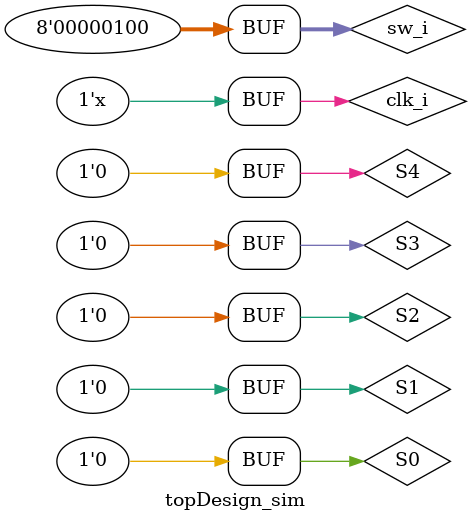
<source format=v>
`timescale 1ns / 1ps


module topDesign_sim(

    );
    reg clk_i = 0;
    reg S1 = 0,
        S2 = 0,
        S3 = 0,
        S4 = 0,
        S0 = 0;
    reg [7:0]sw_i;
    wire [6:0]led_o_l,led_o_r;
    wire [7:0] en_seg;
    
    
    topDesign U_topDesign_sim1(
    .clk_i  (clk_i),
    .S4     (S4),
    .S3     (S3),
    .S2     (S2),
    .S1     (S1),
    .S0     (S0),
    .sw_i   (sw_i),
    .led_o_l(led_o_l),
    .led_o_r(led_o_r),
    .en_seg (en_seg)
    );
    always #1 clk_i = ~clk_i;
    initial begin
    #100 S0 = 1;
    #10 S0 = 0;
    #1000 S1 = 1;
    #10 S1 = 0;
    sw_i[7:0] = 8'b00000100;
    #100 S2 = 1;
    #10 S2 = 0;
    
    #10000 S4 = 1;
    
    #100 S4 = 0;
    #10000 S0 = 1;
    #100 S0 = 0;
//    #100 S4 = 1;
    
//    #1 S4 = 0;
    end
endmodule

</source>
